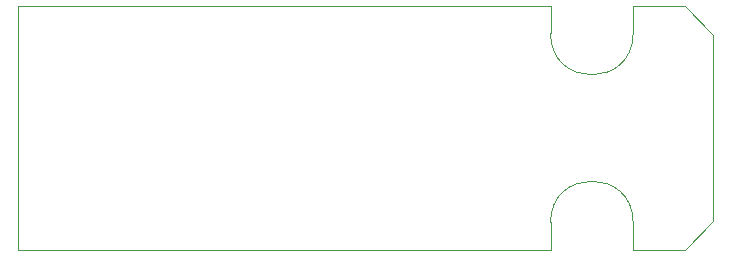
<source format=gbr>
%TF.GenerationSoftware,KiCad,Pcbnew,8.0.3*%
%TF.CreationDate,2024-07-01T08:39:21+09:00*%
%TF.ProjectId,Unit_LTP305G,556e6974-5f4c-4545-9033-3035472e6b69,rev?*%
%TF.SameCoordinates,Original*%
%TF.FileFunction,Profile,NP*%
%FSLAX46Y46*%
G04 Gerber Fmt 4.6, Leading zero omitted, Abs format (unit mm)*
G04 Created by KiCad (PCBNEW 8.0.3) date 2024-07-01 08:39:21*
%MOMM*%
%LPD*%
G01*
G04 APERTURE LIST*
%TA.AperFunction,Profile*%
%ADD10C,0.050000*%
%TD*%
G04 APERTURE END LIST*
D10*
X159710000Y-59900000D02*
G75*
G02*
X152710000Y-59900000I-3500000J0D01*
G01*
X152710000Y-78200000D02*
X107600000Y-78200000D01*
X159710000Y-78200000D02*
X159710000Y-75900000D01*
X152710000Y-75900000D02*
G75*
G02*
X159710000Y-75900000I3500000J0D01*
G01*
X166510000Y-60000000D02*
X164110000Y-57600000D01*
X152710000Y-57600000D02*
X107600000Y-57600000D01*
X166510000Y-60000000D02*
X166510000Y-75800000D01*
X107600000Y-57600000D02*
X107600000Y-78200000D01*
X152710000Y-75900000D02*
X152710000Y-78200000D01*
X159710000Y-57600000D02*
X159710000Y-59900000D01*
X166510000Y-75800000D02*
X164110000Y-78200000D01*
X152710000Y-59900000D02*
X152710000Y-57600000D01*
X164110000Y-57600000D02*
X159710000Y-57600000D01*
X164110000Y-78200000D02*
X159710000Y-78200000D01*
M02*

</source>
